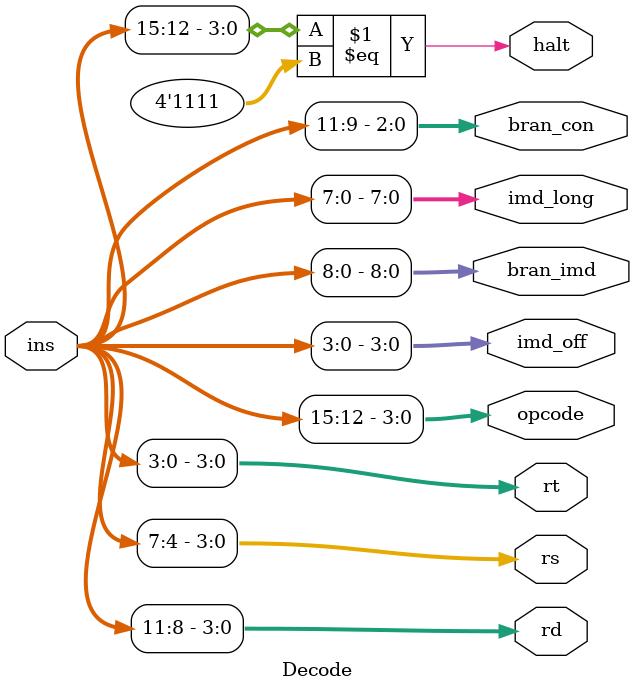
<source format=v>


module Decode(ins, rd, rs, rt, opcode, imd_off, bran_imd, imd_long, bran_con, halt);
input [15:0] ins;
output [3:0] rd, rs, rt;
output [3:0] opcode;
output [3:0] imd_off;
output [8:0] bran_imd;
output [7:0] imd_long;
output [2:0] bran_con;
output halt;

assign opcode = ins[15:12];
assign rd = ins[11:8];
assign rs = ins[7:4];
assign rt = ins[3:0];
assign imd_off = ins[3:0];
assign bran_imd = ins[8:0];
assign imd_long = ins[7:0];
assign bran_con = ins[11:9];
assign halt = opcode == 4'hF;
    
endmodule

</source>
